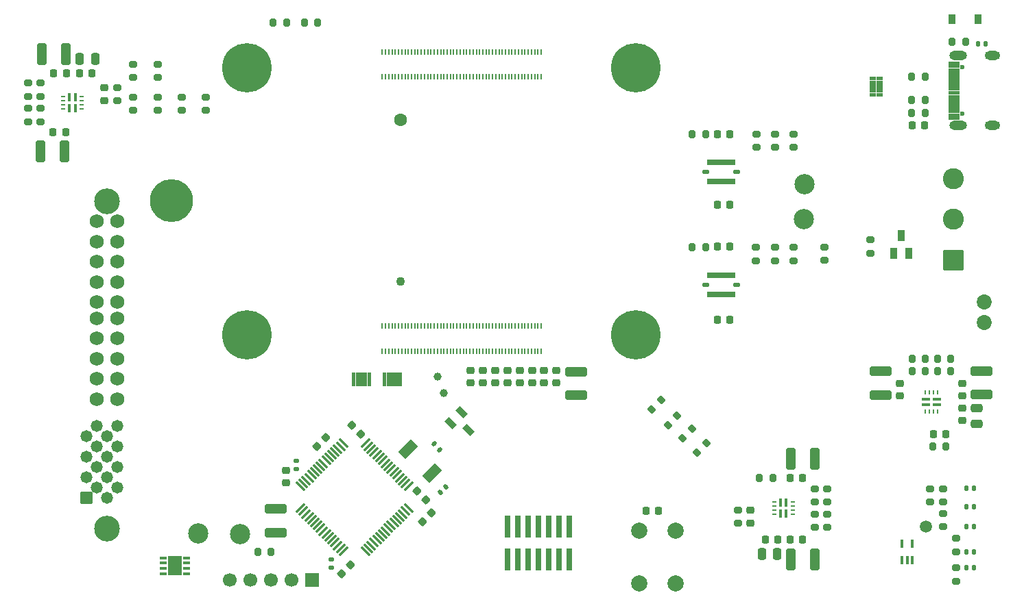
<source format=gbr>
%TF.GenerationSoftware,KiCad,Pcbnew,9.0.1+1*%
%TF.CreationDate,2025-11-19T21:43:53+00:00*%
%TF.ProjectId,nautilus_mainboard,6e617574-696c-4757-935f-6d61696e626f,rev?*%
%TF.SameCoordinates,Original*%
%TF.FileFunction,Soldermask,Top*%
%TF.FilePolarity,Negative*%
%FSLAX46Y46*%
G04 Gerber Fmt 4.6, Leading zero omitted, Abs format (unit mm)*
G04 Created by KiCad (PCBNEW 9.0.1+1) date 2025-11-19 21:43:53*
%MOMM*%
%LPD*%
G01*
G04 APERTURE LIST*
G04 Aperture macros list*
%AMRoundRect*
0 Rectangle with rounded corners*
0 $1 Rounding radius*
0 $2 $3 $4 $5 $6 $7 $8 $9 X,Y pos of 4 corners*
0 Add a 4 corners polygon primitive as box body*
4,1,4,$2,$3,$4,$5,$6,$7,$8,$9,$2,$3,0*
0 Add four circle primitives for the rounded corners*
1,1,$1+$1,$2,$3*
1,1,$1+$1,$4,$5*
1,1,$1+$1,$6,$7*
1,1,$1+$1,$8,$9*
0 Add four rect primitives between the rounded corners*
20,1,$1+$1,$2,$3,$4,$5,0*
20,1,$1+$1,$4,$5,$6,$7,0*
20,1,$1+$1,$6,$7,$8,$9,0*
20,1,$1+$1,$8,$9,$2,$3,0*%
%AMRotRect*
0 Rectangle, with rotation*
0 The origin of the aperture is its center*
0 $1 length*
0 $2 width*
0 $3 Rotation angle, in degrees counterclockwise*
0 Add horizontal line*
21,1,$1,$2,0,0,$3*%
G04 Aperture macros list end*
%ADD10C,0.010000*%
%ADD11RoundRect,0.200000X0.053033X-0.335876X0.335876X-0.053033X-0.053033X0.335876X-0.335876X0.053033X0*%
%ADD12RoundRect,0.225000X-0.250000X0.225000X-0.250000X-0.225000X0.250000X-0.225000X0.250000X0.225000X0*%
%ADD13RoundRect,0.075000X0.441942X0.548008X-0.548008X-0.441942X-0.441942X-0.548008X0.548008X0.441942X0*%
%ADD14RoundRect,0.075000X-0.441942X0.548008X-0.548008X0.441942X0.441942X-0.548008X0.548008X-0.441942X0*%
%ADD15RoundRect,0.225000X0.225000X0.250000X-0.225000X0.250000X-0.225000X-0.250000X0.225000X-0.250000X0*%
%ADD16RoundRect,0.100500X0.301500X-0.616500X0.301500X0.616500X-0.301500X0.616500X-0.301500X-0.616500X0*%
%ADD17RoundRect,0.225000X0.250000X-0.225000X0.250000X0.225000X-0.250000X0.225000X-0.250000X-0.225000X0*%
%ADD18RoundRect,0.250000X1.100000X-0.325000X1.100000X0.325000X-1.100000X0.325000X-1.100000X-0.325000X0*%
%ADD19RoundRect,0.200000X-0.275000X0.200000X-0.275000X-0.200000X0.275000X-0.200000X0.275000X0.200000X0*%
%ADD20RoundRect,0.200000X0.275000X-0.200000X0.275000X0.200000X-0.275000X0.200000X-0.275000X-0.200000X0*%
%ADD21RoundRect,0.225000X-0.335876X-0.017678X-0.017678X-0.335876X0.335876X0.017678X0.017678X0.335876X0*%
%ADD22RoundRect,0.225000X-0.017678X0.335876X-0.335876X0.017678X0.017678X-0.335876X0.335876X-0.017678X0*%
%ADD23R,0.740000X2.790000*%
%ADD24RoundRect,0.250000X1.050000X-1.050000X1.050000X1.050000X-1.050000X1.050000X-1.050000X-1.050000X0*%
%ADD25C,2.600000*%
%ADD26RoundRect,0.147500X-0.147500X-0.172500X0.147500X-0.172500X0.147500X0.172500X-0.147500X0.172500X0*%
%ADD27RoundRect,0.250000X0.325000X1.100000X-0.325000X1.100000X-0.325000X-1.100000X0.325000X-1.100000X0*%
%ADD28RoundRect,0.200000X-0.200000X-0.275000X0.200000X-0.275000X0.200000X0.275000X-0.200000X0.275000X0*%
%ADD29RotRect,1.300000X2.200000X315.000000*%
%ADD30C,1.854000*%
%ADD31RoundRect,0.250000X0.250000X0.475000X-0.250000X0.475000X-0.250000X-0.475000X0.250000X-0.475000X0*%
%ADD32RoundRect,0.140000X-0.170000X0.140000X-0.170000X-0.140000X0.170000X-0.140000X0.170000X0.140000X0*%
%ADD33R,0.850000X0.350000*%
%ADD34R,1.700000X2.450000*%
%ADD35R,0.400000X1.050000*%
%ADD36R,0.600000X0.200000*%
%ADD37RoundRect,0.250000X-0.325000X-1.100000X0.325000X-1.100000X0.325000X1.100000X-0.325000X1.100000X0*%
%ADD38RoundRect,0.225000X0.335876X0.017678X0.017678X0.335876X-0.335876X-0.017678X-0.017678X-0.335876X0*%
%ADD39RoundRect,0.200000X0.200000X0.275000X-0.200000X0.275000X-0.200000X-0.275000X0.200000X-0.275000X0*%
%ADD40RoundRect,0.140000X-0.219203X-0.021213X-0.021213X-0.219203X0.219203X0.021213X0.021213X0.219203X0*%
%ADD41RoundRect,0.200000X-0.053033X0.335876X-0.335876X0.053033X0.053033X-0.335876X0.335876X-0.053033X0*%
%ADD42RoundRect,0.225000X-0.225000X-0.250000X0.225000X-0.250000X0.225000X0.250000X-0.225000X0.250000X0*%
%ADD43RoundRect,0.070000X-0.175000X-0.295000X0.175000X-0.295000X0.175000X0.295000X-0.175000X0.295000X0*%
%ADD44RoundRect,0.102000X-0.295000X-0.175000X0.295000X-0.175000X0.295000X0.175000X-0.295000X0.175000X0*%
%ADD45C,2.500000*%
%ADD46C,1.000000*%
%ADD47RoundRect,0.147500X0.147500X0.172500X-0.147500X0.172500X-0.147500X-0.172500X0.147500X-0.172500X0*%
%ADD48C,6.100000*%
%ADD49R,0.200000X0.700000*%
%ADD50RoundRect,0.250000X-1.100000X0.325000X-1.100000X-0.325000X1.100000X-0.325000X1.100000X0.325000X0*%
%ADD51R,0.910000X1.220000*%
%ADD52RoundRect,0.140000X-0.021213X0.219203X-0.219203X0.021213X0.021213X-0.219203X0.219203X-0.021213X0*%
%ADD53C,0.600000*%
%ADD54O,1.904000X1.104000*%
%ADD55O,2.204000X1.104000*%
%ADD56R,0.400000X1.000000*%
%ADD57C,3.180000*%
%ADD58RoundRect,0.102000X-0.634000X0.634000X-0.634000X-0.634000X0.634000X-0.634000X0.634000X0.634000X0*%
%ADD59C,1.472000*%
%ADD60C,1.734000*%
%ADD61R,1.050000X0.400000*%
%ADD62R,0.200000X0.600000*%
%ADD63RoundRect,0.250000X-0.250000X-0.475000X0.250000X-0.475000X0.250000X0.475000X-0.250000X0.475000X0*%
%ADD64RoundRect,0.225000X0.017678X-0.335876X0.335876X-0.017678X-0.017678X0.335876X-0.335876X0.017678X0*%
%ADD65C,2.000000*%
%ADD66C,1.500000*%
%ADD67R,1.700000X1.700000*%
%ADD68C,1.700000*%
%ADD69RoundRect,0.250000X-0.475000X0.250000X-0.475000X-0.250000X0.475000X-0.250000X0.475000X0.250000X0*%
%ADD70RoundRect,0.140000X0.170000X-0.140000X0.170000X0.140000X-0.170000X0.140000X-0.170000X-0.140000X0*%
%ADD71RoundRect,0.100500X-0.649124X0.222739X0.222739X-0.649124X0.649124X-0.222739X-0.222739X0.649124X0*%
%ADD72C,1.100000*%
%ADD73C,1.600000*%
%ADD74C,5.300000*%
G04 APERTURE END LIST*
D10*
%TO.C,TPD4EUSB30DQAR1*%
X119000000Y-197717500D02*
X118660000Y-197717500D01*
X118660000Y-197012500D01*
X119000000Y-197012500D01*
X119000000Y-197717500D01*
G36*
X119000000Y-197717500D02*
G01*
X118660000Y-197717500D01*
X118660000Y-197012500D01*
X119000000Y-197012500D01*
X119000000Y-197717500D01*
G37*
X119000000Y-198552500D02*
X118660000Y-198552500D01*
X118660000Y-197847500D01*
X119000000Y-197847500D01*
X119000000Y-198552500D01*
G36*
X119000000Y-198552500D02*
G01*
X118660000Y-198552500D01*
X118660000Y-197847500D01*
X119000000Y-197847500D01*
X119000000Y-198552500D01*
G37*
X119500000Y-197717500D02*
X119160000Y-197717500D01*
X119160000Y-197012500D01*
X119500000Y-197012500D01*
X119500000Y-197717500D01*
G36*
X119500000Y-197717500D02*
G01*
X119160000Y-197717500D01*
X119160000Y-197012500D01*
X119500000Y-197012500D01*
X119500000Y-197717500D01*
G37*
X119500000Y-198552500D02*
X119160000Y-198552500D01*
X119160000Y-197847500D01*
X119500000Y-197847500D01*
X119500000Y-198552500D01*
G36*
X119500000Y-198552500D02*
G01*
X119160000Y-198552500D01*
X119160000Y-197847500D01*
X119500000Y-197847500D01*
X119500000Y-198552500D01*
G37*
X120100000Y-197717500D02*
X119560000Y-197717500D01*
X119560000Y-197012500D01*
X120100000Y-197012500D01*
X120100000Y-197717500D01*
G36*
X120100000Y-197717500D02*
G01*
X119560000Y-197717500D01*
X119560000Y-197012500D01*
X120100000Y-197012500D01*
X120100000Y-197717500D01*
G37*
X120100000Y-198552500D02*
X119560000Y-198552500D01*
X119560000Y-197847500D01*
X120100000Y-197847500D01*
X120100000Y-198552500D01*
G36*
X120100000Y-198552500D02*
G01*
X119560000Y-198552500D01*
X119560000Y-197847500D01*
X120100000Y-197847500D01*
X120100000Y-198552500D01*
G37*
X120500000Y-197717500D02*
X120160000Y-197717500D01*
X120160000Y-197012500D01*
X120500000Y-197012500D01*
X120500000Y-197717500D01*
G36*
X120500000Y-197717500D02*
G01*
X120160000Y-197717500D01*
X120160000Y-197012500D01*
X120500000Y-197012500D01*
X120500000Y-197717500D01*
G37*
X120500000Y-198552500D02*
X120160000Y-198552500D01*
X120160000Y-197847500D01*
X120500000Y-197847500D01*
X120500000Y-198552500D01*
G36*
X120500000Y-198552500D02*
G01*
X120160000Y-198552500D01*
X120160000Y-197847500D01*
X120500000Y-197847500D01*
X120500000Y-198552500D01*
G37*
X121000000Y-197717500D02*
X120660000Y-197717500D01*
X120660000Y-197012500D01*
X121000000Y-197012500D01*
X121000000Y-197717500D01*
G36*
X121000000Y-197717500D02*
G01*
X120660000Y-197717500D01*
X120660000Y-197012500D01*
X121000000Y-197012500D01*
X121000000Y-197717500D01*
G37*
X121000000Y-198552500D02*
X120660000Y-198552500D01*
X120660000Y-197847500D01*
X121000000Y-197847500D01*
X121000000Y-198552500D01*
G36*
X121000000Y-198552500D02*
G01*
X120660000Y-198552500D01*
X120660000Y-197847500D01*
X121000000Y-197847500D01*
X121000000Y-198552500D01*
G37*
%TO.C,J18*%
X189765000Y-159251750D02*
X188525000Y-159251750D01*
X188525000Y-158551750D01*
X189765000Y-158551750D01*
X189765000Y-159251750D01*
G36*
X189765000Y-159251750D02*
G01*
X188525000Y-159251750D01*
X188525000Y-158551750D01*
X189765000Y-158551750D01*
X189765000Y-159251750D01*
G37*
X189765000Y-160051750D02*
X188525000Y-160051750D01*
X188525000Y-159351750D01*
X189765000Y-159351750D01*
X189765000Y-160051750D01*
G36*
X189765000Y-160051750D02*
G01*
X188525000Y-160051750D01*
X188525000Y-159351750D01*
X189765000Y-159351750D01*
X189765000Y-160051750D01*
G37*
X189765000Y-160551750D02*
X188525000Y-160551750D01*
X188525000Y-160151750D01*
X189765000Y-160151750D01*
X189765000Y-160551750D01*
G36*
X189765000Y-160551750D02*
G01*
X188525000Y-160551750D01*
X188525000Y-160151750D01*
X189765000Y-160151750D01*
X189765000Y-160551750D01*
G37*
X189765000Y-161051750D02*
X188525000Y-161051750D01*
X188525000Y-160651750D01*
X189765000Y-160651750D01*
X189765000Y-161051750D01*
G36*
X189765000Y-161051750D02*
G01*
X188525000Y-161051750D01*
X188525000Y-160651750D01*
X189765000Y-160651750D01*
X189765000Y-161051750D01*
G37*
X189765000Y-161551750D02*
X188525000Y-161551750D01*
X188525000Y-161151750D01*
X189765000Y-161151750D01*
X189765000Y-161551750D01*
G36*
X189765000Y-161551750D02*
G01*
X188525000Y-161551750D01*
X188525000Y-161151750D01*
X189765000Y-161151750D01*
X189765000Y-161551750D01*
G37*
X189765000Y-162051750D02*
X188525000Y-162051750D01*
X188525000Y-161651750D01*
X189765000Y-161651750D01*
X189765000Y-162051750D01*
G36*
X189765000Y-162051750D02*
G01*
X188525000Y-162051750D01*
X188525000Y-161651750D01*
X189765000Y-161651750D01*
X189765000Y-162051750D01*
G37*
X189765000Y-162551750D02*
X188525000Y-162551750D01*
X188525000Y-162151750D01*
X189765000Y-162151750D01*
X189765000Y-162551750D01*
G36*
X189765000Y-162551750D02*
G01*
X188525000Y-162551750D01*
X188525000Y-162151750D01*
X189765000Y-162151750D01*
X189765000Y-162551750D01*
G37*
X189765000Y-163051750D02*
X188525000Y-163051750D01*
X188525000Y-162651750D01*
X189765000Y-162651750D01*
X189765000Y-163051750D01*
G36*
X189765000Y-163051750D02*
G01*
X188525000Y-163051750D01*
X188525000Y-162651750D01*
X189765000Y-162651750D01*
X189765000Y-163051750D01*
G37*
X189765000Y-163551750D02*
X188525000Y-163551750D01*
X188525000Y-163151750D01*
X189765000Y-163151750D01*
X189765000Y-163551750D01*
G36*
X189765000Y-163551750D02*
G01*
X188525000Y-163551750D01*
X188525000Y-163151750D01*
X189765000Y-163151750D01*
X189765000Y-163551750D01*
G37*
X189765000Y-164051750D02*
X188525000Y-164051750D01*
X188525000Y-163651750D01*
X189765000Y-163651750D01*
X189765000Y-164051750D01*
G36*
X189765000Y-164051750D02*
G01*
X188525000Y-164051750D01*
X188525000Y-163651750D01*
X189765000Y-163651750D01*
X189765000Y-164051750D01*
G37*
X189765000Y-164851750D02*
X188525000Y-164851750D01*
X188525000Y-164151750D01*
X189765000Y-164151750D01*
X189765000Y-164851750D01*
G36*
X189765000Y-164851750D02*
G01*
X188525000Y-164851750D01*
X188525000Y-164151750D01*
X189765000Y-164151750D01*
X189765000Y-164851750D01*
G37*
X189765000Y-165651750D02*
X188525000Y-165651750D01*
X188525000Y-164951750D01*
X189765000Y-164951750D01*
X189765000Y-165651750D01*
G36*
X189765000Y-165651750D02*
G01*
X188525000Y-165651750D01*
X188525000Y-164951750D01*
X189765000Y-164951750D01*
X189765000Y-165651750D01*
G37*
%TO.C,TPD4EUSB30DQAR3*%
X179475000Y-160780001D02*
X178770000Y-160780001D01*
X178770000Y-160440001D01*
X179475000Y-160440001D01*
X179475000Y-160780001D01*
G36*
X179475000Y-160780001D02*
G01*
X178770000Y-160780001D01*
X178770000Y-160440001D01*
X179475000Y-160440001D01*
X179475000Y-160780001D01*
G37*
X179475000Y-161280001D02*
X178770000Y-161280001D01*
X178770000Y-160940001D01*
X179475000Y-160940001D01*
X179475000Y-161280001D01*
G36*
X179475000Y-161280001D02*
G01*
X178770000Y-161280001D01*
X178770000Y-160940001D01*
X179475000Y-160940001D01*
X179475000Y-161280001D01*
G37*
X179475000Y-161880001D02*
X178770000Y-161880001D01*
X178770000Y-161340001D01*
X179475000Y-161340001D01*
X179475000Y-161880001D01*
G36*
X179475000Y-161880001D02*
G01*
X178770000Y-161880001D01*
X178770000Y-161340001D01*
X179475000Y-161340001D01*
X179475000Y-161880001D01*
G37*
X179475000Y-162280001D02*
X178770000Y-162280001D01*
X178770000Y-161940001D01*
X179475000Y-161940001D01*
X179475000Y-162280001D01*
G36*
X179475000Y-162280001D02*
G01*
X178770000Y-162280001D01*
X178770000Y-161940001D01*
X179475000Y-161940001D01*
X179475000Y-162280001D01*
G37*
X179475000Y-162780001D02*
X178770000Y-162780001D01*
X178770000Y-162440001D01*
X179475000Y-162440001D01*
X179475000Y-162780001D01*
G36*
X179475000Y-162780001D02*
G01*
X178770000Y-162780001D01*
X178770000Y-162440001D01*
X179475000Y-162440001D01*
X179475000Y-162780001D01*
G37*
X180310000Y-160780001D02*
X179605000Y-160780001D01*
X179605000Y-160440001D01*
X180310000Y-160440001D01*
X180310000Y-160780001D01*
G36*
X180310000Y-160780001D02*
G01*
X179605000Y-160780001D01*
X179605000Y-160440001D01*
X180310000Y-160440001D01*
X180310000Y-160780001D01*
G37*
X180310000Y-161280001D02*
X179605000Y-161280001D01*
X179605000Y-160940001D01*
X180310000Y-160940001D01*
X180310000Y-161280001D01*
G36*
X180310000Y-161280001D02*
G01*
X179605000Y-161280001D01*
X179605000Y-160940001D01*
X180310000Y-160940001D01*
X180310000Y-161280001D01*
G37*
X180310000Y-161880001D02*
X179605000Y-161880001D01*
X179605000Y-161340001D01*
X180310000Y-161340001D01*
X180310000Y-161880001D01*
G36*
X180310000Y-161880001D02*
G01*
X179605000Y-161880001D01*
X179605000Y-161340001D01*
X180310000Y-161340001D01*
X180310000Y-161880001D01*
G37*
X180310000Y-162280001D02*
X179605000Y-162280001D01*
X179605000Y-161940001D01*
X180310000Y-161940001D01*
X180310000Y-162280001D01*
G36*
X180310000Y-162280001D02*
G01*
X179605000Y-162280001D01*
X179605000Y-161940001D01*
X180310000Y-161940001D01*
X180310000Y-162280001D01*
G37*
X180310000Y-162780001D02*
X179605000Y-162780001D01*
X179605000Y-162440001D01*
X180310000Y-162440001D01*
X180310000Y-162780001D01*
G36*
X180310000Y-162780001D02*
G01*
X179605000Y-162780001D01*
X179605000Y-162440001D01*
X180310000Y-162440001D01*
X180310000Y-162780001D01*
G37*
%TO.C,TPD4EUSB30DQAR2*%
X115170000Y-197717500D02*
X114830000Y-197717500D01*
X114830000Y-197012500D01*
X115170000Y-197012500D01*
X115170000Y-197717500D01*
G36*
X115170000Y-197717500D02*
G01*
X114830000Y-197717500D01*
X114830000Y-197012500D01*
X115170000Y-197012500D01*
X115170000Y-197717500D01*
G37*
X115170000Y-198552500D02*
X114830000Y-198552500D01*
X114830000Y-197847500D01*
X115170000Y-197847500D01*
X115170000Y-198552500D01*
G36*
X115170000Y-198552500D02*
G01*
X114830000Y-198552500D01*
X114830000Y-197847500D01*
X115170000Y-197847500D01*
X115170000Y-198552500D01*
G37*
X115670000Y-197717500D02*
X115330000Y-197717500D01*
X115330000Y-197012500D01*
X115670000Y-197012500D01*
X115670000Y-197717500D01*
G36*
X115670000Y-197717500D02*
G01*
X115330000Y-197717500D01*
X115330000Y-197012500D01*
X115670000Y-197012500D01*
X115670000Y-197717500D01*
G37*
X115670000Y-198552500D02*
X115330000Y-198552500D01*
X115330000Y-197847500D01*
X115670000Y-197847500D01*
X115670000Y-198552500D01*
G36*
X115670000Y-198552500D02*
G01*
X115330000Y-198552500D01*
X115330000Y-197847500D01*
X115670000Y-197847500D01*
X115670000Y-198552500D01*
G37*
X116270000Y-197717500D02*
X115730000Y-197717500D01*
X115730000Y-197012500D01*
X116270000Y-197012500D01*
X116270000Y-197717500D01*
G36*
X116270000Y-197717500D02*
G01*
X115730000Y-197717500D01*
X115730000Y-197012500D01*
X116270000Y-197012500D01*
X116270000Y-197717500D01*
G37*
X116270000Y-198552500D02*
X115730000Y-198552500D01*
X115730000Y-197847500D01*
X116270000Y-197847500D01*
X116270000Y-198552500D01*
G36*
X116270000Y-198552500D02*
G01*
X115730000Y-198552500D01*
X115730000Y-197847500D01*
X116270000Y-197847500D01*
X116270000Y-198552500D01*
G37*
X116670000Y-197717500D02*
X116330000Y-197717500D01*
X116330000Y-197012500D01*
X116670000Y-197012500D01*
X116670000Y-197717500D01*
G36*
X116670000Y-197717500D02*
G01*
X116330000Y-197717500D01*
X116330000Y-197012500D01*
X116670000Y-197012500D01*
X116670000Y-197717500D01*
G37*
X116670000Y-198552500D02*
X116330000Y-198552500D01*
X116330000Y-197847500D01*
X116670000Y-197847500D01*
X116670000Y-198552500D01*
G36*
X116670000Y-198552500D02*
G01*
X116330000Y-198552500D01*
X116330000Y-197847500D01*
X116670000Y-197847500D01*
X116670000Y-198552500D01*
G37*
X117170000Y-197717500D02*
X116830000Y-197717500D01*
X116830000Y-197012500D01*
X117170000Y-197012500D01*
X117170000Y-197717500D01*
G36*
X117170000Y-197717500D02*
G01*
X116830000Y-197717500D01*
X116830000Y-197012500D01*
X117170000Y-197012500D01*
X117170000Y-197717500D01*
G37*
X117170000Y-198552500D02*
X116830000Y-198552500D01*
X116830000Y-197847500D01*
X117170000Y-197847500D01*
X117170000Y-198552500D01*
G36*
X117170000Y-198552500D02*
G01*
X116830000Y-198552500D01*
X116830000Y-197847500D01*
X117170000Y-197847500D01*
X117170000Y-198552500D01*
G37*
%TD*%
D11*
%TO.C,Bat_3.3V_direct1*%
X157486637Y-206873363D03*
X158653363Y-205706637D03*
%TD*%
D12*
%TO.C,C7*%
X140130000Y-196740000D03*
X140130000Y-198290000D03*
%TD*%
D13*
%TO.C,IC1*%
X121849481Y-211043819D03*
X121495928Y-210690266D03*
X121142375Y-210336713D03*
X120788821Y-209983159D03*
X120435268Y-209629606D03*
X120081714Y-209276052D03*
X119728161Y-208922499D03*
X119374608Y-208568946D03*
X119021054Y-208215392D03*
X118667501Y-207861839D03*
X118313948Y-207508286D03*
X117960394Y-207154732D03*
X117606841Y-206801179D03*
X117253287Y-206447625D03*
X116899734Y-206094072D03*
X116546181Y-205740519D03*
D14*
X113823819Y-205740519D03*
X113470266Y-206094072D03*
X113116713Y-206447625D03*
X112763159Y-206801179D03*
X112409606Y-207154732D03*
X112056052Y-207508286D03*
X111702499Y-207861839D03*
X111348946Y-208215392D03*
X110995392Y-208568946D03*
X110641839Y-208922499D03*
X110288286Y-209276052D03*
X109934732Y-209629606D03*
X109581179Y-209983159D03*
X109227625Y-210336713D03*
X108874072Y-210690266D03*
X108520519Y-211043819D03*
D13*
X108520519Y-213766181D03*
X108874072Y-214119734D03*
X109227625Y-214473287D03*
X109581179Y-214826841D03*
X109934732Y-215180394D03*
X110288286Y-215533948D03*
X110641839Y-215887501D03*
X110995392Y-216241054D03*
X111348946Y-216594608D03*
X111702499Y-216948161D03*
X112056052Y-217301714D03*
X112409606Y-217655268D03*
X112763159Y-218008821D03*
X113116713Y-218362375D03*
X113470266Y-218715928D03*
X113823819Y-219069481D03*
D14*
X116546181Y-219069481D03*
X116899734Y-218715928D03*
X117253287Y-218362375D03*
X117606841Y-218008821D03*
X117960394Y-217655268D03*
X118313948Y-217301714D03*
X118667501Y-216948161D03*
X119021054Y-216594608D03*
X119374608Y-216241054D03*
X119728161Y-215887501D03*
X120081714Y-215533948D03*
X120435268Y-215180394D03*
X120788821Y-214826841D03*
X121142375Y-214473287D03*
X121495928Y-214119734D03*
X121849481Y-213766181D03*
%TD*%
D15*
%TO.C,C23*%
X79515000Y-167273419D03*
X77965000Y-167273419D03*
%TD*%
D16*
%TO.C,Q1*%
X181710000Y-182210000D03*
X183610000Y-182210000D03*
X182660000Y-180090000D03*
%TD*%
D17*
%TO.C,C31*%
X190200000Y-199850000D03*
X190200000Y-198300000D03*
%TD*%
D18*
%TO.C,C29*%
X192625000Y-199725002D03*
X192625000Y-196775000D03*
%TD*%
D19*
%TO.C,BMI1_SDA1*%
X167080000Y-167515000D03*
X167080000Y-169165000D03*
%TD*%
D20*
%TO.C,BMI1_SCL1*%
X164850000Y-169165000D03*
X164850000Y-167515000D03*
%TD*%
D17*
%TO.C,C12*%
X106750000Y-210625000D03*
X106750000Y-209075000D03*
%TD*%
D15*
%TO.C,C24*%
X79615000Y-159973419D03*
X78065000Y-159973419D03*
%TD*%
D21*
%TO.C,C14*%
X122881992Y-211641992D03*
X123978008Y-212738008D03*
%TD*%
D22*
%TO.C,C11*%
X114718008Y-220781992D03*
X113621992Y-221878008D03*
%TD*%
D23*
%TO.C,J1*%
X134115000Y-220085000D03*
X134115000Y-216015000D03*
X135385000Y-220085000D03*
X135385000Y-216015000D03*
X136655000Y-220085000D03*
X136655000Y-216015000D03*
X137925000Y-220085000D03*
X137925000Y-216015000D03*
X139195000Y-220085000D03*
X139195000Y-216015000D03*
X140465000Y-220085000D03*
X140465000Y-216015000D03*
X141735000Y-220085000D03*
X141735000Y-216015000D03*
%TD*%
D24*
%TO.C,J5*%
X189100000Y-183060000D03*
D25*
X189100000Y-178060000D03*
X189100000Y-173060000D03*
%TD*%
D15*
%TO.C,C40*%
X167440000Y-217660000D03*
X165890000Y-217660000D03*
%TD*%
D26*
%TO.C,D2*%
X190715000Y-213610000D03*
X191685000Y-213610000D03*
%TD*%
D20*
%TO.C,R8*%
X189420000Y-219140000D03*
X189420000Y-217490000D03*
%TD*%
D27*
%TO.C,C22*%
X79515000Y-157573419D03*
X76564998Y-157573419D03*
%TD*%
D20*
%TO.C,BMI2*%
X169390000Y-183150000D03*
X169390000Y-181500000D03*
%TD*%
D12*
%TO.C,C2*%
X132530000Y-196735000D03*
X132530000Y-198285000D03*
%TD*%
D20*
%TO.C,R28*%
X173550000Y-216120002D03*
X173550000Y-214470002D03*
%TD*%
D28*
%TO.C,R2*%
X108995000Y-153740000D03*
X110645000Y-153740000D03*
%TD*%
D29*
%TO.C,Y1*%
X121780076Y-206440076D03*
X124749924Y-209409924D03*
%TD*%
D30*
%TO.C,J2*%
X192960000Y-188229999D03*
X192960000Y-190770001D03*
%TD*%
D18*
%TO.C,C28*%
X180124999Y-199775001D03*
X180124999Y-196824999D03*
%TD*%
D31*
%TO.C,C41*%
X167389999Y-219460001D03*
X165490001Y-219460001D03*
%TD*%
D32*
%TO.C,C15*%
X112360000Y-220130000D03*
X112360000Y-221090000D03*
%TD*%
D19*
%TO.C,R3*%
X178900000Y-180560000D03*
X178900000Y-182210000D03*
%TD*%
D17*
%TO.C,C30*%
X182550000Y-199900000D03*
X182550000Y-198350000D03*
%TD*%
D33*
%TO.C,IC2*%
X94450000Y-221850000D03*
X94450000Y-221200000D03*
X94450000Y-220550000D03*
X94450000Y-219900000D03*
X91550000Y-219900000D03*
X91550000Y-220550000D03*
X91550000Y-221200000D03*
X91550000Y-221850000D03*
D34*
X93000000Y-220875000D03*
%TD*%
D35*
%TO.C,IC3*%
X80714999Y-162923419D03*
X80015001Y-162923419D03*
D36*
X79215000Y-162848419D03*
X79215000Y-163348419D03*
X79215000Y-163848419D03*
X79215000Y-164348419D03*
D35*
X80015001Y-164273419D03*
X80714999Y-164273419D03*
D36*
X81515000Y-164348419D03*
X81515000Y-163848419D03*
X81515000Y-163348419D03*
X81515000Y-162848419D03*
%TD*%
D37*
%TO.C,C35*%
X169065000Y-207635000D03*
X172015002Y-207635000D03*
%TD*%
D38*
%TO.C,C17*%
X115930000Y-204620000D03*
X114833984Y-203523984D03*
%TD*%
D19*
%TO.C,R27*%
X162540000Y-213985001D03*
X162540000Y-215635001D03*
%TD*%
D39*
%TO.C,R12*%
X185625000Y-160386750D03*
X183975000Y-160386750D03*
%TD*%
D40*
%TO.C,C9*%
X125060589Y-205830589D03*
X125739411Y-206509411D03*
%TD*%
D41*
%TO.C,Vref_3.3V_CM41*%
X155033363Y-202336637D03*
X153866637Y-203503363D03*
%TD*%
D42*
%TO.C,C38*%
X168940000Y-217660002D03*
X170490000Y-217660002D03*
%TD*%
D19*
%TO.C,USB_5V_direct1*%
X90860000Y-158875000D03*
X90860000Y-160525000D03*
%TD*%
D43*
%TO.C,U1*%
X158965000Y-171000000D03*
X159465000Y-171000000D03*
X159965000Y-171000000D03*
X160465000Y-171000000D03*
X160965000Y-171000000D03*
X161465000Y-171000000D03*
X161965000Y-171000000D03*
D44*
X162380000Y-172165000D03*
D43*
X161965000Y-173330000D03*
X161465000Y-173330000D03*
X160965000Y-173330000D03*
X160465000Y-173330000D03*
X159965000Y-173330000D03*
X159465000Y-173330000D03*
X158965000Y-173330000D03*
D44*
X158550000Y-172165000D03*
%TD*%
D39*
%TO.C,R9*%
X190630000Y-156051750D03*
X188980000Y-156051750D03*
%TD*%
D12*
%TO.C,C3*%
X134050000Y-196735000D03*
X134050000Y-198285000D03*
%TD*%
D28*
%TO.C,R1*%
X105145000Y-153740000D03*
X106795000Y-153740000D03*
%TD*%
D15*
%TO.C,C46*%
X161505000Y-190455000D03*
X159955000Y-190455000D03*
%TD*%
D20*
%TO.C,R20*%
X76465000Y-162823419D03*
X76465000Y-161173419D03*
%TD*%
D45*
%TO.C,TP7*%
X101100000Y-217000000D03*
%TD*%
%TO.C,TP6*%
X95900000Y-216900000D03*
%TD*%
%TO.C,TP3*%
X170725000Y-173700000D03*
%TD*%
D19*
%TO.C,R6*%
X187880000Y-211360000D03*
X187880000Y-213010000D03*
%TD*%
%TO.C,R5*%
X187880000Y-214400000D03*
X187880000Y-216050000D03*
%TD*%
D12*
%TO.C,C1*%
X131010000Y-196735000D03*
X131010000Y-198285000D03*
%TD*%
D39*
%TO.C,R21*%
X185650000Y-196850000D03*
X184000000Y-196850000D03*
%TD*%
D45*
%TO.C,TP2*%
X170650000Y-178050000D03*
%TD*%
D15*
%TO.C,C45*%
X161505000Y-181445000D03*
X159955000Y-181445000D03*
%TD*%
D28*
%TO.C,R31*%
X156860000Y-167510000D03*
X158510000Y-167510000D03*
%TD*%
D46*
%TO.C,TP4*%
X125475000Y-197500000D03*
%TD*%
D12*
%TO.C,C6*%
X138610000Y-196735000D03*
X138610000Y-198285000D03*
%TD*%
D47*
%TO.C,D3*%
X191685000Y-219140000D03*
X190715000Y-219140000D03*
%TD*%
D48*
%TO.C,Module1*%
X101930001Y-192340000D03*
X149930000Y-192340000D03*
X101930000Y-159340000D03*
X149930000Y-159340000D03*
D49*
X118630000Y-194340000D03*
X118630000Y-191260000D03*
X119030000Y-194340000D03*
X119030000Y-191260000D03*
X119430000Y-194340000D03*
X119430000Y-191260000D03*
X119829999Y-194340000D03*
X119830000Y-191260000D03*
X120230000Y-194340000D03*
X120230000Y-191260000D03*
X120630000Y-194340000D03*
X120630000Y-191260000D03*
X121030000Y-194340001D03*
X121030000Y-191260000D03*
X121430000Y-194340000D03*
X121430000Y-191260000D03*
X121830000Y-194340000D03*
X121830000Y-191260000D03*
X122230000Y-194340000D03*
X122230000Y-191260000D03*
X122629999Y-194340000D03*
X122630000Y-191260000D03*
X123030000Y-194340000D03*
X123030000Y-191260000D03*
X123430000Y-194340000D03*
X123430000Y-191260000D03*
X123830000Y-194340001D03*
X123830000Y-191260000D03*
X124230000Y-194340000D03*
X124230000Y-191260000D03*
X124630000Y-194340000D03*
X124630000Y-191260000D03*
X125030000Y-194340000D03*
X125030000Y-191260000D03*
X125429999Y-194340000D03*
X125430000Y-191260000D03*
X125830000Y-194340000D03*
X125830000Y-191260000D03*
X126230000Y-194340000D03*
X126230000Y-191260000D03*
X126630000Y-194340001D03*
X126630000Y-191260000D03*
X127030000Y-194340000D03*
X127030000Y-191260000D03*
X127430000Y-194340000D03*
X127430000Y-191260000D03*
X127830001Y-194340000D03*
X127830000Y-191260000D03*
X128230000Y-194340000D03*
X128230000Y-191260000D03*
X128630000Y-194340000D03*
X128630000Y-191260000D03*
X129030000Y-194340000D03*
X129030000Y-191260000D03*
X129430000Y-194340001D03*
X129430000Y-191260000D03*
X129830000Y-194340000D03*
X129830000Y-191260000D03*
X130230000Y-194340000D03*
X130230000Y-191260000D03*
X130630001Y-194340000D03*
X130630000Y-191260000D03*
X131030000Y-194340000D03*
X131030000Y-191260000D03*
X131430000Y-194340000D03*
X131430000Y-191260000D03*
X131830000Y-194340000D03*
X131830000Y-191260000D03*
X132230000Y-194340001D03*
X132230000Y-191260000D03*
X132630000Y-194340000D03*
X132630000Y-191260000D03*
X133030000Y-194340000D03*
X133030000Y-191260000D03*
X133430001Y-194340000D03*
X133430000Y-191260000D03*
X133830000Y-194340000D03*
X133830000Y-191260000D03*
X134230000Y-194340000D03*
X134230000Y-191260000D03*
X134630000Y-194340000D03*
X134630000Y-191260000D03*
X135030000Y-194340001D03*
X135030000Y-191260000D03*
X135430000Y-194340000D03*
X135430000Y-191260000D03*
X135830000Y-194340000D03*
X135830000Y-191260000D03*
X136230001Y-194340000D03*
X136230000Y-191260000D03*
X136630000Y-194340000D03*
X136630000Y-191260000D03*
X137030000Y-194340000D03*
X137030000Y-191260000D03*
X137430000Y-194340000D03*
X137430000Y-191260000D03*
X137830000Y-194340001D03*
X137830000Y-191260000D03*
X138230000Y-194340000D03*
X138230000Y-191260000D03*
X118630000Y-160420000D03*
X118630000Y-157340000D03*
X119030000Y-160420000D03*
X119030000Y-157340000D03*
X119430000Y-160420000D03*
X119430000Y-157340000D03*
X119829999Y-160420000D03*
X119830000Y-157340000D03*
X120230000Y-160420000D03*
X120230000Y-157340000D03*
X120630000Y-160420000D03*
X120630000Y-157340000D03*
X121030000Y-160420001D03*
X121030000Y-157340000D03*
X121430000Y-160420000D03*
X121430000Y-157340000D03*
X121830000Y-160420000D03*
X121830000Y-157340000D03*
X122230000Y-160420000D03*
X122230000Y-157340000D03*
X122629999Y-160420000D03*
X122630000Y-157340000D03*
X123030000Y-160420000D03*
X123030000Y-157340000D03*
X123430000Y-160420000D03*
X123430000Y-157340000D03*
X123830000Y-160420001D03*
X123830000Y-157340000D03*
X124230000Y-160420000D03*
X124230000Y-157340000D03*
X124630000Y-160420000D03*
X124630000Y-157340000D03*
X125030000Y-160420000D03*
X125030000Y-157340000D03*
X125429999Y-160420000D03*
X125430000Y-157340000D03*
X125830000Y-160420000D03*
X125830000Y-157340000D03*
X126230000Y-160420000D03*
X126230000Y-157340000D03*
X126630000Y-160420001D03*
X126630000Y-157340000D03*
X127030000Y-160420000D03*
X127030000Y-157340000D03*
X127430000Y-160420000D03*
X127430000Y-157340000D03*
X127830001Y-160420000D03*
X127830000Y-157340000D03*
X128230000Y-160420000D03*
X128230000Y-157340000D03*
X128630000Y-160420000D03*
X128630000Y-157340000D03*
X129030000Y-160420000D03*
X129030000Y-157340000D03*
X129430000Y-160420001D03*
X129430000Y-157340000D03*
X129830000Y-160420000D03*
X129830000Y-157340000D03*
X130230000Y-160420000D03*
X130230000Y-157340000D03*
X130630001Y-160420000D03*
X130630000Y-157340000D03*
X131030000Y-160420000D03*
X131030000Y-157340000D03*
X131430000Y-160420000D03*
X131430000Y-157340000D03*
X131830000Y-160420000D03*
X131830000Y-157340000D03*
X132230000Y-160420001D03*
X132230000Y-157340000D03*
X132630000Y-160420000D03*
X132630000Y-157340000D03*
X133030000Y-160420000D03*
X133030000Y-157340000D03*
X133430001Y-160420000D03*
X133430000Y-157340000D03*
X133830000Y-160420000D03*
X133830000Y-157340000D03*
X134230000Y-160420000D03*
X134230000Y-157340000D03*
X134630000Y-160420000D03*
X134630000Y-157340000D03*
X135030000Y-160420001D03*
X135030000Y-157340000D03*
X135430000Y-160420000D03*
X135430000Y-157340000D03*
X135830000Y-160420000D03*
X135830000Y-157340000D03*
X136230001Y-160420000D03*
X136230000Y-157340000D03*
X136630000Y-160420000D03*
X136630000Y-157340000D03*
X137030000Y-160420000D03*
X137030000Y-157340000D03*
X137430000Y-160420000D03*
X137430000Y-157340000D03*
X137829999Y-160420000D03*
X137830000Y-157340000D03*
X138230000Y-160420000D03*
X138230000Y-157340000D03*
%TD*%
D19*
%TO.C,CONFIG_4*%
X96870000Y-162920000D03*
X96870000Y-164570000D03*
%TD*%
D27*
%TO.C,C21*%
X79389999Y-169673419D03*
X76439997Y-169673419D03*
%TD*%
D19*
%TO.C,BMI1*%
X169390000Y-167515000D03*
X169390000Y-169165000D03*
%TD*%
D50*
%TO.C,C47*%
X142520000Y-196860000D03*
X142520000Y-199810002D03*
%TD*%
D41*
%TO.C,Vref_3.3V_STM1*%
X153023363Y-200376637D03*
X151856637Y-201543363D03*
%TD*%
D19*
%TO.C,R7*%
X189420000Y-221130000D03*
X189420000Y-222780000D03*
%TD*%
D51*
%TO.C,D6*%
X188934999Y-153311750D03*
X192204999Y-153311750D03*
%TD*%
D15*
%TO.C,C44*%
X161515000Y-167505000D03*
X159965000Y-167505000D03*
%TD*%
D11*
%TO.C,Plug_3.3V_direct1*%
X155676637Y-205123363D03*
X156843363Y-203956637D03*
%TD*%
D52*
%TO.C,C8*%
X126450000Y-211100000D03*
X125771178Y-211778822D03*
%TD*%
D53*
%TO.C,J18*%
X190215000Y-164991750D03*
X190215000Y-159211750D03*
D54*
X193915000Y-166426750D03*
X193915000Y-157776750D03*
D55*
X189735000Y-166426750D03*
X189735000Y-157776750D03*
%TD*%
D56*
%TO.C,U3*%
X182760000Y-220150000D03*
X183410000Y-220150000D03*
X184060000Y-220150000D03*
X184060000Y-218150000D03*
X182760000Y-218150000D03*
%TD*%
D12*
%TO.C,C39*%
X164090000Y-214035001D03*
X164090000Y-215585001D03*
%TD*%
D39*
%TO.C,R10*%
X185625000Y-163311750D03*
X183975000Y-163311750D03*
%TD*%
D19*
%TO.C,EXTERNALFAN5V1*%
X173240000Y-181450000D03*
X173240000Y-183100000D03*
%TD*%
D20*
%TO.C,R13*%
X186270000Y-213010000D03*
X186270000Y-211360000D03*
%TD*%
D57*
%TO.C,J7*%
X84630000Y-175810000D03*
X84630000Y-216280000D03*
D58*
X82090000Y-212440000D03*
D59*
X83360000Y-211170000D03*
X82090000Y-209900000D03*
X83360000Y-208630000D03*
X82090000Y-207360000D03*
X83360000Y-206090000D03*
X82090000Y-204820000D03*
X83360000Y-203550000D03*
X84630000Y-212440000D03*
X85900000Y-211170000D03*
X84630000Y-209900000D03*
X85900000Y-208630000D03*
X84630000Y-207360000D03*
X85900000Y-206090000D03*
X84630000Y-204820000D03*
X85900000Y-203550000D03*
D60*
X83400000Y-200270000D03*
X83400000Y-197770000D03*
X83400000Y-195270000D03*
X83400000Y-192770000D03*
X83400000Y-190270000D03*
X85900000Y-200270000D03*
X85900000Y-197770000D03*
X85900000Y-195270000D03*
X85900000Y-192770000D03*
X85900000Y-190270000D03*
X83400000Y-188270000D03*
X83400000Y-185770000D03*
X83400000Y-183270000D03*
X83400000Y-180770000D03*
X83400000Y-178270000D03*
X85900000Y-188270000D03*
X85900000Y-185770000D03*
X85900000Y-183270000D03*
X85900000Y-180770000D03*
X85900000Y-178270000D03*
%TD*%
D20*
%TO.C,R14*%
X171995001Y-212990001D03*
X171995001Y-211340001D03*
%TD*%
D50*
%TO.C,C16*%
X105500000Y-213834999D03*
X105500000Y-216785001D03*
%TD*%
D47*
%TO.C,D8*%
X191685000Y-211280000D03*
X190715000Y-211280000D03*
%TD*%
D42*
%TO.C,C26*%
X81215000Y-159973419D03*
X82765000Y-159973419D03*
%TD*%
D61*
%TO.C,IC5*%
X187075000Y-200974999D03*
X187075000Y-200275001D03*
D62*
X187150000Y-199475000D03*
X186650000Y-199475000D03*
X186150000Y-199475000D03*
X185650000Y-199475000D03*
D61*
X185725000Y-200275001D03*
X185725000Y-200974999D03*
D62*
X185650000Y-201775000D03*
X186150000Y-201775000D03*
X186650000Y-201775000D03*
X187150000Y-201775000D03*
%TD*%
D20*
%TO.C,R18*%
X85890000Y-163398419D03*
X85890000Y-161748419D03*
%TD*%
D39*
%TO.C,R11*%
X185625000Y-164861750D03*
X183975000Y-164861750D03*
%TD*%
D28*
%TO.C,R22*%
X184000000Y-195300001D03*
X185650000Y-195300001D03*
%TD*%
D26*
%TO.C,D5*%
X192135000Y-156326750D03*
X193105000Y-156326750D03*
%TD*%
D19*
%TO.C,CONFIG_1*%
X87845000Y-162920000D03*
X87845000Y-164570000D03*
%TD*%
D28*
%TO.C,R25*%
X187150000Y-196850001D03*
X188800000Y-196850001D03*
%TD*%
D19*
%TO.C,R26*%
X173545000Y-211340002D03*
X173545000Y-212990002D03*
%TD*%
D47*
%TO.C,D4*%
X191685000Y-221130000D03*
X190715000Y-221130000D03*
%TD*%
D19*
%TO.C,BMI2_SDA1*%
X167080000Y-181500000D03*
X167080000Y-183150000D03*
%TD*%
D42*
%TO.C,C20*%
X184025000Y-166411750D03*
X185575000Y-166411750D03*
%TD*%
D12*
%TO.C,C5*%
X137090000Y-196735000D03*
X137090000Y-198285000D03*
%TD*%
D19*
%TO.C,BMI2_SCL1*%
X164770000Y-181500000D03*
X164770000Y-183150000D03*
%TD*%
D63*
%TO.C,C27*%
X81265002Y-158173419D03*
X83165000Y-158173419D03*
%TD*%
D28*
%TO.C,R23*%
X186575000Y-206150000D03*
X188225000Y-206150000D03*
%TD*%
D19*
%TO.C,R19*%
X74915001Y-161173419D03*
X74915001Y-162823419D03*
%TD*%
D42*
%TO.C,C32*%
X186625000Y-204600001D03*
X188175000Y-204600001D03*
%TD*%
D12*
%TO.C,C4*%
X135570000Y-196735000D03*
X135570000Y-198285000D03*
%TD*%
D64*
%TO.C,C18*%
X123576992Y-215423008D03*
X124673008Y-214326992D03*
%TD*%
D26*
%TO.C,D1*%
X190715000Y-216060000D03*
X191685000Y-216060000D03*
%TD*%
D20*
%TO.C,R17*%
X74915000Y-165993419D03*
X74915000Y-164343419D03*
%TD*%
D65*
%TO.C,SW1*%
X150340000Y-223070000D03*
X150340000Y-216570000D03*
X154840000Y-223070000D03*
X154840000Y-216570000D03*
%TD*%
D42*
%TO.C,C19*%
X151150000Y-214125000D03*
X152700000Y-214125000D03*
%TD*%
D35*
%TO.C,IC4*%
X167790001Y-214410000D03*
X168489999Y-214410000D03*
D36*
X169290000Y-214485000D03*
X169290000Y-213985000D03*
X169290000Y-213485000D03*
X169290000Y-212985000D03*
D35*
X168489999Y-213060000D03*
X167790001Y-213060000D03*
D36*
X166990000Y-212985000D03*
X166990000Y-213485000D03*
X166990000Y-213985000D03*
X166990000Y-214485000D03*
%TD*%
D19*
%TO.C,R16*%
X76465001Y-164343419D03*
X76465001Y-165993419D03*
%TD*%
D66*
%TO.C,TP1*%
X185690000Y-216050000D03*
%TD*%
D19*
%TO.C,CONFIG_2*%
X90860000Y-162920000D03*
X90860000Y-164570000D03*
%TD*%
D20*
%TO.C,Bat_5V_direct1*%
X87850000Y-160525000D03*
X87850000Y-158875000D03*
%TD*%
D28*
%TO.C,R15*%
X156865000Y-181450000D03*
X158515000Y-181450000D03*
%TD*%
D39*
%TO.C,R30*%
X166839999Y-210060000D03*
X165189999Y-210060000D03*
%TD*%
D67*
%TO.C,J4*%
X109940000Y-222670000D03*
D68*
X107400000Y-222670000D03*
X104860001Y-222670000D03*
X102320000Y-222670000D03*
X99780000Y-222670000D03*
%TD*%
D12*
%TO.C,C33*%
X190200001Y-201375000D03*
X190200001Y-202925000D03*
%TD*%
D69*
%TO.C,C34*%
X192000000Y-201425002D03*
X192000000Y-203325000D03*
%TD*%
D37*
%TO.C,C36*%
X169065000Y-220085000D03*
X172015002Y-220085000D03*
%TD*%
D43*
%TO.C,U2*%
X158950000Y-184985000D03*
X159450000Y-184985000D03*
X159950000Y-184985000D03*
X160450000Y-184985000D03*
X160950000Y-184985000D03*
X161450000Y-184985000D03*
X161950000Y-184985000D03*
D44*
X162365000Y-186150000D03*
D43*
X161950000Y-187315000D03*
X161450000Y-187315000D03*
X160950000Y-187315000D03*
X160450000Y-187315000D03*
X159950000Y-187315000D03*
X159450000Y-187315000D03*
X158950000Y-187315000D03*
D44*
X158535000Y-186150000D03*
%TD*%
D28*
%TO.C,R4*%
X103225000Y-219200000D03*
X104875000Y-219200000D03*
%TD*%
D70*
%TO.C,C10*%
X108030000Y-208880000D03*
X108030000Y-207920000D03*
%TD*%
D12*
%TO.C,C42*%
X129490000Y-196740000D03*
X129490000Y-198290000D03*
%TD*%
D15*
%TO.C,C43*%
X161515000Y-176255000D03*
X159965000Y-176255000D03*
%TD*%
D46*
%TO.C,TP5*%
X126200000Y-199500000D03*
%TD*%
D17*
%TO.C,C25*%
X84315000Y-163348418D03*
X84315000Y-161798418D03*
%TD*%
D22*
%TO.C,C13*%
X111658008Y-205031992D03*
X110561992Y-206128008D03*
%TD*%
D19*
%TO.C,CONFIG_3*%
X93870000Y-162920000D03*
X93870000Y-164570000D03*
%TD*%
D71*
%TO.C,Q2*%
X128420000Y-201910000D03*
X127076497Y-203253503D03*
X129247315Y-204080818D03*
%TD*%
D19*
%TO.C,R29*%
X171990000Y-214470002D03*
X171990000Y-216120002D03*
%TD*%
D42*
%TO.C,C37*%
X168940001Y-210060000D03*
X170490001Y-210060000D03*
%TD*%
D39*
%TO.C,R24*%
X188800001Y-195300000D03*
X187150001Y-195300000D03*
%TD*%
D72*
%TO.C,J6*%
X120865000Y-185760000D03*
D73*
X120865000Y-165760000D03*
D74*
X92615000Y-175760000D03*
%TD*%
M02*

</source>
